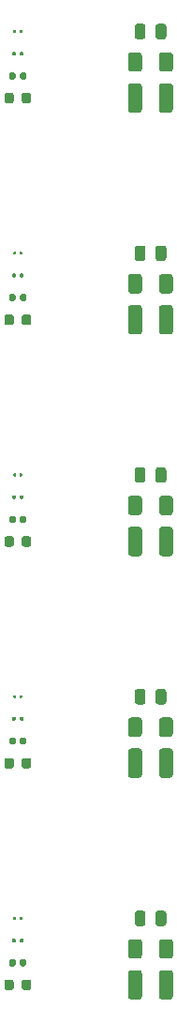
<source format=gbr>
%TF.GenerationSoftware,KiCad,Pcbnew,(5.1.6-0-10_14)*%
%TF.CreationDate,2020-07-24T19:18:52+09:00*%
%TF.ProjectId,pcb_ruler,7063625f-7275-46c6-9572-2e6b69636164,rev?*%
%TF.SameCoordinates,Original*%
%TF.FileFunction,Paste,Top*%
%TF.FilePolarity,Positive*%
%FSLAX46Y46*%
G04 Gerber Fmt 4.6, Leading zero omitted, Abs format (unit mm)*
G04 Created by KiCad (PCBNEW (5.1.6-0-10_14)) date 2020-07-24 19:18:52*
%MOMM*%
%LPD*%
G01*
G04 APERTURE LIST*
G04 APERTURE END LIST*
%TO.C,1005(0402)*%
G36*
G01*
X148190000Y-195172500D02*
X148190000Y-194827500D01*
G75*
G02*
X148337500Y-194680000I147500J0D01*
G01*
X148632500Y-194680000D01*
G75*
G02*
X148780000Y-194827500I0J-147500D01*
G01*
X148780000Y-195172500D01*
G75*
G02*
X148632500Y-195320000I-147500J0D01*
G01*
X148337500Y-195320000D01*
G75*
G02*
X148190000Y-195172500I0J147500D01*
G01*
G37*
G36*
G01*
X147220000Y-195172500D02*
X147220000Y-194827500D01*
G75*
G02*
X147367500Y-194680000I147500J0D01*
G01*
X147662500Y-194680000D01*
G75*
G02*
X147810000Y-194827500I0J-147500D01*
G01*
X147810000Y-195172500D01*
G75*
G02*
X147662500Y-195320000I-147500J0D01*
G01*
X147367500Y-195320000D01*
G75*
G02*
X147220000Y-195172500I0J147500D01*
G01*
G37*
%TD*%
%TO.C,0603(0201)*%
G36*
G01*
X147496000Y-193100500D02*
X147496000Y-192899500D01*
G75*
G02*
X147575500Y-192820000I79500J0D01*
G01*
X147734500Y-192820000D01*
G75*
G02*
X147814000Y-192899500I0J-79500D01*
G01*
X147814000Y-193100500D01*
G75*
G02*
X147734500Y-193180000I-79500J0D01*
G01*
X147575500Y-193180000D01*
G75*
G02*
X147496000Y-193100500I0J79500D01*
G01*
G37*
G36*
G01*
X148186000Y-193100500D02*
X148186000Y-192899500D01*
G75*
G02*
X148265500Y-192820000I79500J0D01*
G01*
X148424500Y-192820000D01*
G75*
G02*
X148504000Y-192899500I0J-79500D01*
G01*
X148504000Y-193100500D01*
G75*
G02*
X148424500Y-193180000I-79500J0D01*
G01*
X148265500Y-193180000D01*
G75*
G02*
X148186000Y-193100500I0J79500D01*
G01*
G37*
%TD*%
%TO.C,0402(01005)*%
G36*
G01*
X148140000Y-191067500D02*
X148140000Y-190932500D01*
G75*
G02*
X148207500Y-190865000I67500J0D01*
G01*
X148342500Y-190865000D01*
G75*
G02*
X148410000Y-190932500I0J-67500D01*
G01*
X148410000Y-191067500D01*
G75*
G02*
X148342500Y-191135000I-67500J0D01*
G01*
X148207500Y-191135000D01*
G75*
G02*
X148140000Y-191067500I0J67500D01*
G01*
G37*
G36*
G01*
X147590000Y-191067500D02*
X147590000Y-190932500D01*
G75*
G02*
X147657500Y-190865000I67500J0D01*
G01*
X147792500Y-190865000D01*
G75*
G02*
X147860000Y-190932500I0J-67500D01*
G01*
X147860000Y-191067500D01*
G75*
G02*
X147792500Y-191135000I-67500J0D01*
G01*
X147657500Y-191135000D01*
G75*
G02*
X147590000Y-191067500I0J67500D01*
G01*
G37*
%TD*%
%TO.C,1608(0603)*%
G36*
G01*
X148350000Y-197256250D02*
X148350000Y-196743750D01*
G75*
G02*
X148568750Y-196525000I218750J0D01*
G01*
X149006250Y-196525000D01*
G75*
G02*
X149225000Y-196743750I0J-218750D01*
G01*
X149225000Y-197256250D01*
G75*
G02*
X149006250Y-197475000I-218750J0D01*
G01*
X148568750Y-197475000D01*
G75*
G02*
X148350000Y-197256250I0J218750D01*
G01*
G37*
G36*
G01*
X146775000Y-197256250D02*
X146775000Y-196743750D01*
G75*
G02*
X146993750Y-196525000I218750J0D01*
G01*
X147431250Y-196525000D01*
G75*
G02*
X147650000Y-196743750I0J-218750D01*
G01*
X147650000Y-197256250D01*
G75*
G02*
X147431250Y-197475000I-218750J0D01*
G01*
X146993750Y-197475000D01*
G75*
G02*
X146775000Y-197256250I0J218750D01*
G01*
G37*
%TD*%
%TO.C,2012(0805)*%
G36*
G01*
X160450000Y-191456250D02*
X160450000Y-190543750D01*
G75*
G02*
X160693750Y-190300000I243750J0D01*
G01*
X161181250Y-190300000D01*
G75*
G02*
X161425000Y-190543750I0J-243750D01*
G01*
X161425000Y-191456250D01*
G75*
G02*
X161181250Y-191700000I-243750J0D01*
G01*
X160693750Y-191700000D01*
G75*
G02*
X160450000Y-191456250I0J243750D01*
G01*
G37*
G36*
G01*
X158575000Y-191456250D02*
X158575000Y-190543750D01*
G75*
G02*
X158818750Y-190300000I243750J0D01*
G01*
X159306250Y-190300000D01*
G75*
G02*
X159550000Y-190543750I0J-243750D01*
G01*
X159550000Y-191456250D01*
G75*
G02*
X159306250Y-191700000I-243750J0D01*
G01*
X158818750Y-191700000D01*
G75*
G02*
X158575000Y-191456250I0J243750D01*
G01*
G37*
%TD*%
%TO.C,3216(1206)*%
G36*
G01*
X157975000Y-194375000D02*
X157975000Y-193125000D01*
G75*
G02*
X158225000Y-192875000I250000J0D01*
G01*
X158975000Y-192875000D01*
G75*
G02*
X159225000Y-193125000I0J-250000D01*
G01*
X159225000Y-194375000D01*
G75*
G02*
X158975000Y-194625000I-250000J0D01*
G01*
X158225000Y-194625000D01*
G75*
G02*
X157975000Y-194375000I0J250000D01*
G01*
G37*
G36*
G01*
X160775000Y-194375000D02*
X160775000Y-193125000D01*
G75*
G02*
X161025000Y-192875000I250000J0D01*
G01*
X161775000Y-192875000D01*
G75*
G02*
X162025000Y-193125000I0J-250000D01*
G01*
X162025000Y-194375000D01*
G75*
G02*
X161775000Y-194625000I-250000J0D01*
G01*
X161025000Y-194625000D01*
G75*
G02*
X160775000Y-194375000I0J250000D01*
G01*
G37*
%TD*%
%TO.C,3225(1210)*%
G36*
G01*
X157975000Y-198075000D02*
X157975000Y-195925000D01*
G75*
G02*
X158225000Y-195675000I250000J0D01*
G01*
X158975000Y-195675000D01*
G75*
G02*
X159225000Y-195925000I0J-250000D01*
G01*
X159225000Y-198075000D01*
G75*
G02*
X158975000Y-198325000I-250000J0D01*
G01*
X158225000Y-198325000D01*
G75*
G02*
X157975000Y-198075000I0J250000D01*
G01*
G37*
G36*
G01*
X160775000Y-198075000D02*
X160775000Y-195925000D01*
G75*
G02*
X161025000Y-195675000I250000J0D01*
G01*
X161775000Y-195675000D01*
G75*
G02*
X162025000Y-195925000I0J-250000D01*
G01*
X162025000Y-198075000D01*
G75*
G02*
X161775000Y-198325000I-250000J0D01*
G01*
X161025000Y-198325000D01*
G75*
G02*
X160775000Y-198075000I0J250000D01*
G01*
G37*
%TD*%
%TO.C,1005(0402)*%
G36*
G01*
X148190000Y-175172500D02*
X148190000Y-174827500D01*
G75*
G02*
X148337500Y-174680000I147500J0D01*
G01*
X148632500Y-174680000D01*
G75*
G02*
X148780000Y-174827500I0J-147500D01*
G01*
X148780000Y-175172500D01*
G75*
G02*
X148632500Y-175320000I-147500J0D01*
G01*
X148337500Y-175320000D01*
G75*
G02*
X148190000Y-175172500I0J147500D01*
G01*
G37*
G36*
G01*
X147220000Y-175172500D02*
X147220000Y-174827500D01*
G75*
G02*
X147367500Y-174680000I147500J0D01*
G01*
X147662500Y-174680000D01*
G75*
G02*
X147810000Y-174827500I0J-147500D01*
G01*
X147810000Y-175172500D01*
G75*
G02*
X147662500Y-175320000I-147500J0D01*
G01*
X147367500Y-175320000D01*
G75*
G02*
X147220000Y-175172500I0J147500D01*
G01*
G37*
%TD*%
%TO.C,0603(0201)*%
G36*
G01*
X147496000Y-173100500D02*
X147496000Y-172899500D01*
G75*
G02*
X147575500Y-172820000I79500J0D01*
G01*
X147734500Y-172820000D01*
G75*
G02*
X147814000Y-172899500I0J-79500D01*
G01*
X147814000Y-173100500D01*
G75*
G02*
X147734500Y-173180000I-79500J0D01*
G01*
X147575500Y-173180000D01*
G75*
G02*
X147496000Y-173100500I0J79500D01*
G01*
G37*
G36*
G01*
X148186000Y-173100500D02*
X148186000Y-172899500D01*
G75*
G02*
X148265500Y-172820000I79500J0D01*
G01*
X148424500Y-172820000D01*
G75*
G02*
X148504000Y-172899500I0J-79500D01*
G01*
X148504000Y-173100500D01*
G75*
G02*
X148424500Y-173180000I-79500J0D01*
G01*
X148265500Y-173180000D01*
G75*
G02*
X148186000Y-173100500I0J79500D01*
G01*
G37*
%TD*%
%TO.C,0402(01005)*%
G36*
G01*
X148140000Y-171067500D02*
X148140000Y-170932500D01*
G75*
G02*
X148207500Y-170865000I67500J0D01*
G01*
X148342500Y-170865000D01*
G75*
G02*
X148410000Y-170932500I0J-67500D01*
G01*
X148410000Y-171067500D01*
G75*
G02*
X148342500Y-171135000I-67500J0D01*
G01*
X148207500Y-171135000D01*
G75*
G02*
X148140000Y-171067500I0J67500D01*
G01*
G37*
G36*
G01*
X147590000Y-171067500D02*
X147590000Y-170932500D01*
G75*
G02*
X147657500Y-170865000I67500J0D01*
G01*
X147792500Y-170865000D01*
G75*
G02*
X147860000Y-170932500I0J-67500D01*
G01*
X147860000Y-171067500D01*
G75*
G02*
X147792500Y-171135000I-67500J0D01*
G01*
X147657500Y-171135000D01*
G75*
G02*
X147590000Y-171067500I0J67500D01*
G01*
G37*
%TD*%
%TO.C,1608(0603)*%
G36*
G01*
X148350000Y-177256250D02*
X148350000Y-176743750D01*
G75*
G02*
X148568750Y-176525000I218750J0D01*
G01*
X149006250Y-176525000D01*
G75*
G02*
X149225000Y-176743750I0J-218750D01*
G01*
X149225000Y-177256250D01*
G75*
G02*
X149006250Y-177475000I-218750J0D01*
G01*
X148568750Y-177475000D01*
G75*
G02*
X148350000Y-177256250I0J218750D01*
G01*
G37*
G36*
G01*
X146775000Y-177256250D02*
X146775000Y-176743750D01*
G75*
G02*
X146993750Y-176525000I218750J0D01*
G01*
X147431250Y-176525000D01*
G75*
G02*
X147650000Y-176743750I0J-218750D01*
G01*
X147650000Y-177256250D01*
G75*
G02*
X147431250Y-177475000I-218750J0D01*
G01*
X146993750Y-177475000D01*
G75*
G02*
X146775000Y-177256250I0J218750D01*
G01*
G37*
%TD*%
%TO.C,2012(0805)*%
G36*
G01*
X160450000Y-171456250D02*
X160450000Y-170543750D01*
G75*
G02*
X160693750Y-170300000I243750J0D01*
G01*
X161181250Y-170300000D01*
G75*
G02*
X161425000Y-170543750I0J-243750D01*
G01*
X161425000Y-171456250D01*
G75*
G02*
X161181250Y-171700000I-243750J0D01*
G01*
X160693750Y-171700000D01*
G75*
G02*
X160450000Y-171456250I0J243750D01*
G01*
G37*
G36*
G01*
X158575000Y-171456250D02*
X158575000Y-170543750D01*
G75*
G02*
X158818750Y-170300000I243750J0D01*
G01*
X159306250Y-170300000D01*
G75*
G02*
X159550000Y-170543750I0J-243750D01*
G01*
X159550000Y-171456250D01*
G75*
G02*
X159306250Y-171700000I-243750J0D01*
G01*
X158818750Y-171700000D01*
G75*
G02*
X158575000Y-171456250I0J243750D01*
G01*
G37*
%TD*%
%TO.C,3216(1206)*%
G36*
G01*
X157975000Y-174375000D02*
X157975000Y-173125000D01*
G75*
G02*
X158225000Y-172875000I250000J0D01*
G01*
X158975000Y-172875000D01*
G75*
G02*
X159225000Y-173125000I0J-250000D01*
G01*
X159225000Y-174375000D01*
G75*
G02*
X158975000Y-174625000I-250000J0D01*
G01*
X158225000Y-174625000D01*
G75*
G02*
X157975000Y-174375000I0J250000D01*
G01*
G37*
G36*
G01*
X160775000Y-174375000D02*
X160775000Y-173125000D01*
G75*
G02*
X161025000Y-172875000I250000J0D01*
G01*
X161775000Y-172875000D01*
G75*
G02*
X162025000Y-173125000I0J-250000D01*
G01*
X162025000Y-174375000D01*
G75*
G02*
X161775000Y-174625000I-250000J0D01*
G01*
X161025000Y-174625000D01*
G75*
G02*
X160775000Y-174375000I0J250000D01*
G01*
G37*
%TD*%
%TO.C,3225(1210)*%
G36*
G01*
X157975000Y-178075000D02*
X157975000Y-175925000D01*
G75*
G02*
X158225000Y-175675000I250000J0D01*
G01*
X158975000Y-175675000D01*
G75*
G02*
X159225000Y-175925000I0J-250000D01*
G01*
X159225000Y-178075000D01*
G75*
G02*
X158975000Y-178325000I-250000J0D01*
G01*
X158225000Y-178325000D01*
G75*
G02*
X157975000Y-178075000I0J250000D01*
G01*
G37*
G36*
G01*
X160775000Y-178075000D02*
X160775000Y-175925000D01*
G75*
G02*
X161025000Y-175675000I250000J0D01*
G01*
X161775000Y-175675000D01*
G75*
G02*
X162025000Y-175925000I0J-250000D01*
G01*
X162025000Y-178075000D01*
G75*
G02*
X161775000Y-178325000I-250000J0D01*
G01*
X161025000Y-178325000D01*
G75*
G02*
X160775000Y-178075000I0J250000D01*
G01*
G37*
%TD*%
%TO.C,1005(0402)*%
G36*
G01*
X148190000Y-155172500D02*
X148190000Y-154827500D01*
G75*
G02*
X148337500Y-154680000I147500J0D01*
G01*
X148632500Y-154680000D01*
G75*
G02*
X148780000Y-154827500I0J-147500D01*
G01*
X148780000Y-155172500D01*
G75*
G02*
X148632500Y-155320000I-147500J0D01*
G01*
X148337500Y-155320000D01*
G75*
G02*
X148190000Y-155172500I0J147500D01*
G01*
G37*
G36*
G01*
X147220000Y-155172500D02*
X147220000Y-154827500D01*
G75*
G02*
X147367500Y-154680000I147500J0D01*
G01*
X147662500Y-154680000D01*
G75*
G02*
X147810000Y-154827500I0J-147500D01*
G01*
X147810000Y-155172500D01*
G75*
G02*
X147662500Y-155320000I-147500J0D01*
G01*
X147367500Y-155320000D01*
G75*
G02*
X147220000Y-155172500I0J147500D01*
G01*
G37*
%TD*%
%TO.C,0603(0201)*%
G36*
G01*
X147496000Y-153100500D02*
X147496000Y-152899500D01*
G75*
G02*
X147575500Y-152820000I79500J0D01*
G01*
X147734500Y-152820000D01*
G75*
G02*
X147814000Y-152899500I0J-79500D01*
G01*
X147814000Y-153100500D01*
G75*
G02*
X147734500Y-153180000I-79500J0D01*
G01*
X147575500Y-153180000D01*
G75*
G02*
X147496000Y-153100500I0J79500D01*
G01*
G37*
G36*
G01*
X148186000Y-153100500D02*
X148186000Y-152899500D01*
G75*
G02*
X148265500Y-152820000I79500J0D01*
G01*
X148424500Y-152820000D01*
G75*
G02*
X148504000Y-152899500I0J-79500D01*
G01*
X148504000Y-153100500D01*
G75*
G02*
X148424500Y-153180000I-79500J0D01*
G01*
X148265500Y-153180000D01*
G75*
G02*
X148186000Y-153100500I0J79500D01*
G01*
G37*
%TD*%
%TO.C,0402(01005)*%
G36*
G01*
X148140000Y-151067500D02*
X148140000Y-150932500D01*
G75*
G02*
X148207500Y-150865000I67500J0D01*
G01*
X148342500Y-150865000D01*
G75*
G02*
X148410000Y-150932500I0J-67500D01*
G01*
X148410000Y-151067500D01*
G75*
G02*
X148342500Y-151135000I-67500J0D01*
G01*
X148207500Y-151135000D01*
G75*
G02*
X148140000Y-151067500I0J67500D01*
G01*
G37*
G36*
G01*
X147590000Y-151067500D02*
X147590000Y-150932500D01*
G75*
G02*
X147657500Y-150865000I67500J0D01*
G01*
X147792500Y-150865000D01*
G75*
G02*
X147860000Y-150932500I0J-67500D01*
G01*
X147860000Y-151067500D01*
G75*
G02*
X147792500Y-151135000I-67500J0D01*
G01*
X147657500Y-151135000D01*
G75*
G02*
X147590000Y-151067500I0J67500D01*
G01*
G37*
%TD*%
%TO.C,1608(0603)*%
G36*
G01*
X148350000Y-157256250D02*
X148350000Y-156743750D01*
G75*
G02*
X148568750Y-156525000I218750J0D01*
G01*
X149006250Y-156525000D01*
G75*
G02*
X149225000Y-156743750I0J-218750D01*
G01*
X149225000Y-157256250D01*
G75*
G02*
X149006250Y-157475000I-218750J0D01*
G01*
X148568750Y-157475000D01*
G75*
G02*
X148350000Y-157256250I0J218750D01*
G01*
G37*
G36*
G01*
X146775000Y-157256250D02*
X146775000Y-156743750D01*
G75*
G02*
X146993750Y-156525000I218750J0D01*
G01*
X147431250Y-156525000D01*
G75*
G02*
X147650000Y-156743750I0J-218750D01*
G01*
X147650000Y-157256250D01*
G75*
G02*
X147431250Y-157475000I-218750J0D01*
G01*
X146993750Y-157475000D01*
G75*
G02*
X146775000Y-157256250I0J218750D01*
G01*
G37*
%TD*%
%TO.C,2012(0805)*%
G36*
G01*
X160450000Y-151456250D02*
X160450000Y-150543750D01*
G75*
G02*
X160693750Y-150300000I243750J0D01*
G01*
X161181250Y-150300000D01*
G75*
G02*
X161425000Y-150543750I0J-243750D01*
G01*
X161425000Y-151456250D01*
G75*
G02*
X161181250Y-151700000I-243750J0D01*
G01*
X160693750Y-151700000D01*
G75*
G02*
X160450000Y-151456250I0J243750D01*
G01*
G37*
G36*
G01*
X158575000Y-151456250D02*
X158575000Y-150543750D01*
G75*
G02*
X158818750Y-150300000I243750J0D01*
G01*
X159306250Y-150300000D01*
G75*
G02*
X159550000Y-150543750I0J-243750D01*
G01*
X159550000Y-151456250D01*
G75*
G02*
X159306250Y-151700000I-243750J0D01*
G01*
X158818750Y-151700000D01*
G75*
G02*
X158575000Y-151456250I0J243750D01*
G01*
G37*
%TD*%
%TO.C,3216(1206)*%
G36*
G01*
X157975000Y-154375000D02*
X157975000Y-153125000D01*
G75*
G02*
X158225000Y-152875000I250000J0D01*
G01*
X158975000Y-152875000D01*
G75*
G02*
X159225000Y-153125000I0J-250000D01*
G01*
X159225000Y-154375000D01*
G75*
G02*
X158975000Y-154625000I-250000J0D01*
G01*
X158225000Y-154625000D01*
G75*
G02*
X157975000Y-154375000I0J250000D01*
G01*
G37*
G36*
G01*
X160775000Y-154375000D02*
X160775000Y-153125000D01*
G75*
G02*
X161025000Y-152875000I250000J0D01*
G01*
X161775000Y-152875000D01*
G75*
G02*
X162025000Y-153125000I0J-250000D01*
G01*
X162025000Y-154375000D01*
G75*
G02*
X161775000Y-154625000I-250000J0D01*
G01*
X161025000Y-154625000D01*
G75*
G02*
X160775000Y-154375000I0J250000D01*
G01*
G37*
%TD*%
%TO.C,3225(1210)*%
G36*
G01*
X157975000Y-158075000D02*
X157975000Y-155925000D01*
G75*
G02*
X158225000Y-155675000I250000J0D01*
G01*
X158975000Y-155675000D01*
G75*
G02*
X159225000Y-155925000I0J-250000D01*
G01*
X159225000Y-158075000D01*
G75*
G02*
X158975000Y-158325000I-250000J0D01*
G01*
X158225000Y-158325000D01*
G75*
G02*
X157975000Y-158075000I0J250000D01*
G01*
G37*
G36*
G01*
X160775000Y-158075000D02*
X160775000Y-155925000D01*
G75*
G02*
X161025000Y-155675000I250000J0D01*
G01*
X161775000Y-155675000D01*
G75*
G02*
X162025000Y-155925000I0J-250000D01*
G01*
X162025000Y-158075000D01*
G75*
G02*
X161775000Y-158325000I-250000J0D01*
G01*
X161025000Y-158325000D01*
G75*
G02*
X160775000Y-158075000I0J250000D01*
G01*
G37*
%TD*%
%TO.C,1005(0402)*%
G36*
G01*
X148190000Y-135172500D02*
X148190000Y-134827500D01*
G75*
G02*
X148337500Y-134680000I147500J0D01*
G01*
X148632500Y-134680000D01*
G75*
G02*
X148780000Y-134827500I0J-147500D01*
G01*
X148780000Y-135172500D01*
G75*
G02*
X148632500Y-135320000I-147500J0D01*
G01*
X148337500Y-135320000D01*
G75*
G02*
X148190000Y-135172500I0J147500D01*
G01*
G37*
G36*
G01*
X147220000Y-135172500D02*
X147220000Y-134827500D01*
G75*
G02*
X147367500Y-134680000I147500J0D01*
G01*
X147662500Y-134680000D01*
G75*
G02*
X147810000Y-134827500I0J-147500D01*
G01*
X147810000Y-135172500D01*
G75*
G02*
X147662500Y-135320000I-147500J0D01*
G01*
X147367500Y-135320000D01*
G75*
G02*
X147220000Y-135172500I0J147500D01*
G01*
G37*
%TD*%
%TO.C,0603(0201)*%
G36*
G01*
X147496000Y-133100500D02*
X147496000Y-132899500D01*
G75*
G02*
X147575500Y-132820000I79500J0D01*
G01*
X147734500Y-132820000D01*
G75*
G02*
X147814000Y-132899500I0J-79500D01*
G01*
X147814000Y-133100500D01*
G75*
G02*
X147734500Y-133180000I-79500J0D01*
G01*
X147575500Y-133180000D01*
G75*
G02*
X147496000Y-133100500I0J79500D01*
G01*
G37*
G36*
G01*
X148186000Y-133100500D02*
X148186000Y-132899500D01*
G75*
G02*
X148265500Y-132820000I79500J0D01*
G01*
X148424500Y-132820000D01*
G75*
G02*
X148504000Y-132899500I0J-79500D01*
G01*
X148504000Y-133100500D01*
G75*
G02*
X148424500Y-133180000I-79500J0D01*
G01*
X148265500Y-133180000D01*
G75*
G02*
X148186000Y-133100500I0J79500D01*
G01*
G37*
%TD*%
%TO.C,0402(01005)*%
G36*
G01*
X148140000Y-131067500D02*
X148140000Y-130932500D01*
G75*
G02*
X148207500Y-130865000I67500J0D01*
G01*
X148342500Y-130865000D01*
G75*
G02*
X148410000Y-130932500I0J-67500D01*
G01*
X148410000Y-131067500D01*
G75*
G02*
X148342500Y-131135000I-67500J0D01*
G01*
X148207500Y-131135000D01*
G75*
G02*
X148140000Y-131067500I0J67500D01*
G01*
G37*
G36*
G01*
X147590000Y-131067500D02*
X147590000Y-130932500D01*
G75*
G02*
X147657500Y-130865000I67500J0D01*
G01*
X147792500Y-130865000D01*
G75*
G02*
X147860000Y-130932500I0J-67500D01*
G01*
X147860000Y-131067500D01*
G75*
G02*
X147792500Y-131135000I-67500J0D01*
G01*
X147657500Y-131135000D01*
G75*
G02*
X147590000Y-131067500I0J67500D01*
G01*
G37*
%TD*%
%TO.C,1608(0603)*%
G36*
G01*
X148350000Y-137256250D02*
X148350000Y-136743750D01*
G75*
G02*
X148568750Y-136525000I218750J0D01*
G01*
X149006250Y-136525000D01*
G75*
G02*
X149225000Y-136743750I0J-218750D01*
G01*
X149225000Y-137256250D01*
G75*
G02*
X149006250Y-137475000I-218750J0D01*
G01*
X148568750Y-137475000D01*
G75*
G02*
X148350000Y-137256250I0J218750D01*
G01*
G37*
G36*
G01*
X146775000Y-137256250D02*
X146775000Y-136743750D01*
G75*
G02*
X146993750Y-136525000I218750J0D01*
G01*
X147431250Y-136525000D01*
G75*
G02*
X147650000Y-136743750I0J-218750D01*
G01*
X147650000Y-137256250D01*
G75*
G02*
X147431250Y-137475000I-218750J0D01*
G01*
X146993750Y-137475000D01*
G75*
G02*
X146775000Y-137256250I0J218750D01*
G01*
G37*
%TD*%
%TO.C,2012(0805)*%
G36*
G01*
X160450000Y-131456250D02*
X160450000Y-130543750D01*
G75*
G02*
X160693750Y-130300000I243750J0D01*
G01*
X161181250Y-130300000D01*
G75*
G02*
X161425000Y-130543750I0J-243750D01*
G01*
X161425000Y-131456250D01*
G75*
G02*
X161181250Y-131700000I-243750J0D01*
G01*
X160693750Y-131700000D01*
G75*
G02*
X160450000Y-131456250I0J243750D01*
G01*
G37*
G36*
G01*
X158575000Y-131456250D02*
X158575000Y-130543750D01*
G75*
G02*
X158818750Y-130300000I243750J0D01*
G01*
X159306250Y-130300000D01*
G75*
G02*
X159550000Y-130543750I0J-243750D01*
G01*
X159550000Y-131456250D01*
G75*
G02*
X159306250Y-131700000I-243750J0D01*
G01*
X158818750Y-131700000D01*
G75*
G02*
X158575000Y-131456250I0J243750D01*
G01*
G37*
%TD*%
%TO.C,3216(1206)*%
G36*
G01*
X157975000Y-134375000D02*
X157975000Y-133125000D01*
G75*
G02*
X158225000Y-132875000I250000J0D01*
G01*
X158975000Y-132875000D01*
G75*
G02*
X159225000Y-133125000I0J-250000D01*
G01*
X159225000Y-134375000D01*
G75*
G02*
X158975000Y-134625000I-250000J0D01*
G01*
X158225000Y-134625000D01*
G75*
G02*
X157975000Y-134375000I0J250000D01*
G01*
G37*
G36*
G01*
X160775000Y-134375000D02*
X160775000Y-133125000D01*
G75*
G02*
X161025000Y-132875000I250000J0D01*
G01*
X161775000Y-132875000D01*
G75*
G02*
X162025000Y-133125000I0J-250000D01*
G01*
X162025000Y-134375000D01*
G75*
G02*
X161775000Y-134625000I-250000J0D01*
G01*
X161025000Y-134625000D01*
G75*
G02*
X160775000Y-134375000I0J250000D01*
G01*
G37*
%TD*%
%TO.C,3225(1210)*%
G36*
G01*
X157975000Y-138075000D02*
X157975000Y-135925000D01*
G75*
G02*
X158225000Y-135675000I250000J0D01*
G01*
X158975000Y-135675000D01*
G75*
G02*
X159225000Y-135925000I0J-250000D01*
G01*
X159225000Y-138075000D01*
G75*
G02*
X158975000Y-138325000I-250000J0D01*
G01*
X158225000Y-138325000D01*
G75*
G02*
X157975000Y-138075000I0J250000D01*
G01*
G37*
G36*
G01*
X160775000Y-138075000D02*
X160775000Y-135925000D01*
G75*
G02*
X161025000Y-135675000I250000J0D01*
G01*
X161775000Y-135675000D01*
G75*
G02*
X162025000Y-135925000I0J-250000D01*
G01*
X162025000Y-138075000D01*
G75*
G02*
X161775000Y-138325000I-250000J0D01*
G01*
X161025000Y-138325000D01*
G75*
G02*
X160775000Y-138075000I0J250000D01*
G01*
G37*
%TD*%
%TO.C,3225(1210)*%
G36*
G01*
X160775000Y-118075000D02*
X160775000Y-115925000D01*
G75*
G02*
X161025000Y-115675000I250000J0D01*
G01*
X161775000Y-115675000D01*
G75*
G02*
X162025000Y-115925000I0J-250000D01*
G01*
X162025000Y-118075000D01*
G75*
G02*
X161775000Y-118325000I-250000J0D01*
G01*
X161025000Y-118325000D01*
G75*
G02*
X160775000Y-118075000I0J250000D01*
G01*
G37*
G36*
G01*
X157975000Y-118075000D02*
X157975000Y-115925000D01*
G75*
G02*
X158225000Y-115675000I250000J0D01*
G01*
X158975000Y-115675000D01*
G75*
G02*
X159225000Y-115925000I0J-250000D01*
G01*
X159225000Y-118075000D01*
G75*
G02*
X158975000Y-118325000I-250000J0D01*
G01*
X158225000Y-118325000D01*
G75*
G02*
X157975000Y-118075000I0J250000D01*
G01*
G37*
%TD*%
%TO.C,3216(1206)*%
G36*
G01*
X160775000Y-114375000D02*
X160775000Y-113125000D01*
G75*
G02*
X161025000Y-112875000I250000J0D01*
G01*
X161775000Y-112875000D01*
G75*
G02*
X162025000Y-113125000I0J-250000D01*
G01*
X162025000Y-114375000D01*
G75*
G02*
X161775000Y-114625000I-250000J0D01*
G01*
X161025000Y-114625000D01*
G75*
G02*
X160775000Y-114375000I0J250000D01*
G01*
G37*
G36*
G01*
X157975000Y-114375000D02*
X157975000Y-113125000D01*
G75*
G02*
X158225000Y-112875000I250000J0D01*
G01*
X158975000Y-112875000D01*
G75*
G02*
X159225000Y-113125000I0J-250000D01*
G01*
X159225000Y-114375000D01*
G75*
G02*
X158975000Y-114625000I-250000J0D01*
G01*
X158225000Y-114625000D01*
G75*
G02*
X157975000Y-114375000I0J250000D01*
G01*
G37*
%TD*%
%TO.C,2012(0805)*%
G36*
G01*
X158575000Y-111456250D02*
X158575000Y-110543750D01*
G75*
G02*
X158818750Y-110300000I243750J0D01*
G01*
X159306250Y-110300000D01*
G75*
G02*
X159550000Y-110543750I0J-243750D01*
G01*
X159550000Y-111456250D01*
G75*
G02*
X159306250Y-111700000I-243750J0D01*
G01*
X158818750Y-111700000D01*
G75*
G02*
X158575000Y-111456250I0J243750D01*
G01*
G37*
G36*
G01*
X160450000Y-111456250D02*
X160450000Y-110543750D01*
G75*
G02*
X160693750Y-110300000I243750J0D01*
G01*
X161181250Y-110300000D01*
G75*
G02*
X161425000Y-110543750I0J-243750D01*
G01*
X161425000Y-111456250D01*
G75*
G02*
X161181250Y-111700000I-243750J0D01*
G01*
X160693750Y-111700000D01*
G75*
G02*
X160450000Y-111456250I0J243750D01*
G01*
G37*
%TD*%
%TO.C,1608(0603)*%
G36*
G01*
X146775000Y-117256250D02*
X146775000Y-116743750D01*
G75*
G02*
X146993750Y-116525000I218750J0D01*
G01*
X147431250Y-116525000D01*
G75*
G02*
X147650000Y-116743750I0J-218750D01*
G01*
X147650000Y-117256250D01*
G75*
G02*
X147431250Y-117475000I-218750J0D01*
G01*
X146993750Y-117475000D01*
G75*
G02*
X146775000Y-117256250I0J218750D01*
G01*
G37*
G36*
G01*
X148350000Y-117256250D02*
X148350000Y-116743750D01*
G75*
G02*
X148568750Y-116525000I218750J0D01*
G01*
X149006250Y-116525000D01*
G75*
G02*
X149225000Y-116743750I0J-218750D01*
G01*
X149225000Y-117256250D01*
G75*
G02*
X149006250Y-117475000I-218750J0D01*
G01*
X148568750Y-117475000D01*
G75*
G02*
X148350000Y-117256250I0J218750D01*
G01*
G37*
%TD*%
%TO.C,0402(01005)*%
G36*
G01*
X147590000Y-111067500D02*
X147590000Y-110932500D01*
G75*
G02*
X147657500Y-110865000I67500J0D01*
G01*
X147792500Y-110865000D01*
G75*
G02*
X147860000Y-110932500I0J-67500D01*
G01*
X147860000Y-111067500D01*
G75*
G02*
X147792500Y-111135000I-67500J0D01*
G01*
X147657500Y-111135000D01*
G75*
G02*
X147590000Y-111067500I0J67500D01*
G01*
G37*
G36*
G01*
X148140000Y-111067500D02*
X148140000Y-110932500D01*
G75*
G02*
X148207500Y-110865000I67500J0D01*
G01*
X148342500Y-110865000D01*
G75*
G02*
X148410000Y-110932500I0J-67500D01*
G01*
X148410000Y-111067500D01*
G75*
G02*
X148342500Y-111135000I-67500J0D01*
G01*
X148207500Y-111135000D01*
G75*
G02*
X148140000Y-111067500I0J67500D01*
G01*
G37*
%TD*%
%TO.C,0603(0201)*%
G36*
G01*
X148186000Y-113100500D02*
X148186000Y-112899500D01*
G75*
G02*
X148265500Y-112820000I79500J0D01*
G01*
X148424500Y-112820000D01*
G75*
G02*
X148504000Y-112899500I0J-79500D01*
G01*
X148504000Y-113100500D01*
G75*
G02*
X148424500Y-113180000I-79500J0D01*
G01*
X148265500Y-113180000D01*
G75*
G02*
X148186000Y-113100500I0J79500D01*
G01*
G37*
G36*
G01*
X147496000Y-113100500D02*
X147496000Y-112899500D01*
G75*
G02*
X147575500Y-112820000I79500J0D01*
G01*
X147734500Y-112820000D01*
G75*
G02*
X147814000Y-112899500I0J-79500D01*
G01*
X147814000Y-113100500D01*
G75*
G02*
X147734500Y-113180000I-79500J0D01*
G01*
X147575500Y-113180000D01*
G75*
G02*
X147496000Y-113100500I0J79500D01*
G01*
G37*
%TD*%
%TO.C,1005(0402)*%
G36*
G01*
X147220000Y-115172500D02*
X147220000Y-114827500D01*
G75*
G02*
X147367500Y-114680000I147500J0D01*
G01*
X147662500Y-114680000D01*
G75*
G02*
X147810000Y-114827500I0J-147500D01*
G01*
X147810000Y-115172500D01*
G75*
G02*
X147662500Y-115320000I-147500J0D01*
G01*
X147367500Y-115320000D01*
G75*
G02*
X147220000Y-115172500I0J147500D01*
G01*
G37*
G36*
G01*
X148190000Y-115172500D02*
X148190000Y-114827500D01*
G75*
G02*
X148337500Y-114680000I147500J0D01*
G01*
X148632500Y-114680000D01*
G75*
G02*
X148780000Y-114827500I0J-147500D01*
G01*
X148780000Y-115172500D01*
G75*
G02*
X148632500Y-115320000I-147500J0D01*
G01*
X148337500Y-115320000D01*
G75*
G02*
X148190000Y-115172500I0J147500D01*
G01*
G37*
%TD*%
M02*

</source>
